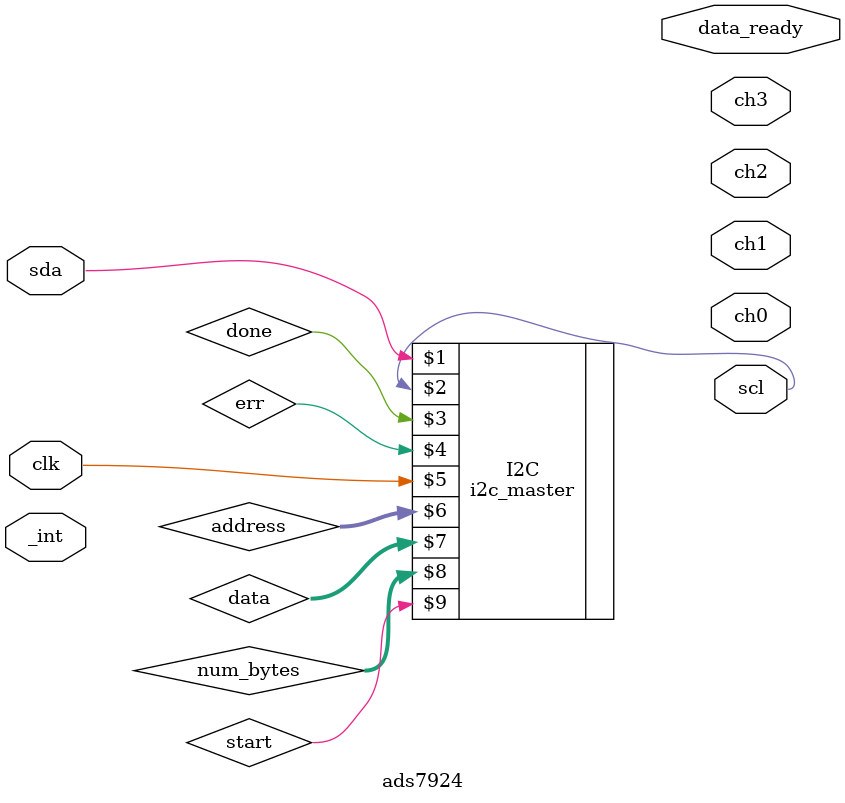
<source format=v>
`ifndef _ads7924_v
`define _ads7924_v

`include "../i2c_master/i2c_master.v"

`define MODE_IDLE 6'b000000
`define MODE_AWAKE 6'b100000
`define MODE_MANUAL_SINGLE 6'b110000
`define MODE_MANUAL_SCAN 6'b110010
`define MODE_AUTO_SINGLE 6'b110001
`define MODE_AUTO_SCAN 6'b110011
`define MODE_AUTO_SINGLE_W_SLEEP 6'b111001
`define MODE_AUTO_SCAN_W_SLEEP 6'b111011
`define MODE_AUTO_BURST_SCAN_W_SLEEP 6'b111111

`define ADDR_MODECNTRL 5'h00
`define ADDR_INTCNTRL  5'h01

`define ADDR_DATA0_U 5'h02
`define ADDR_DATA0_L 5'h03
`define ADDR_DATA1_U 5'h04
`define ADDR_DATA1_L 5'h05
`define ADDR_DATA2_U 5'h06
`define ADDR_DATA2_L 5'h07
`define ADDR_DATA3_U 5'h08
`define ADDR_DATA3_L 5'h09

`define ADDR_ULR0 5'h0A
`define ADDR_LLR0 5'h0B
`define ADDR_ULR1 5'h0C
`define ADDR_LLR1 5'h0D
`define ADDR_ULR2 5'h0E
`define ADDR_LLR2 5'h0F
`define ADDR_ULR3 5'h10
`define ADDR_LLR3 5'h11

`define ADDR_INTCONFIG 5'h12
`define ADDR_SLPCONFIG 5'h13
`define ADDR_ACQCONFIG 5'h14
`define ADDR_PWRCONFIG 5'h15

`define ADDR_RESET 5'h16

`define INTCNFG_DR_ONE_AL_PULSE 8'b00001001

module ads7924(_int, sda, scl, clk, data_ready, ch0, ch1, ch2, ch3);

   parameter MODE = `MODE_AUTO_SINGLE;
   parameter ADDRESS = 7'b1000100;	// A0 to GND
   parameter CHSEL = 2'b00;		// Channel 0

   input _int, clk;
   inout sda;
   output scl;
   output reg data_ready;
   output reg [11:0] ch0, ch1, ch2, ch3;

   wire err;
   reg start;
   wire [7:0] data;
   reg [7:0] address;
   reg [5:0] num_bytes;


   i2c_master I2C(sda,scl,done,err,clk,address,data,num_bytes,start);

endmodule

`endif

</source>
